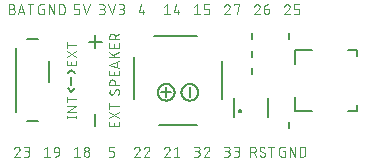
<source format=gto>
G75*
%MOIN*%
%OFA0B0*%
%FSLAX25Y25*%
%IPPOS*%
%LPD*%
%AMOC8*
5,1,8,0,0,1.08239X$1,22.5*
%
%ADD10C,0.00300*%
%ADD11C,0.00500*%
%ADD12C,0.00600*%
%ADD13C,0.00800*%
D10*
X0009263Y0028533D02*
X0011097Y0028533D01*
X0012503Y0028533D02*
X0013420Y0028533D01*
X0013479Y0028535D01*
X0013537Y0028541D01*
X0013595Y0028550D01*
X0013653Y0028563D01*
X0013709Y0028580D01*
X0013764Y0028600D01*
X0013818Y0028624D01*
X0013870Y0028651D01*
X0013920Y0028681D01*
X0013968Y0028715D01*
X0014014Y0028752D01*
X0014058Y0028791D01*
X0014099Y0028834D01*
X0014137Y0028878D01*
X0014172Y0028925D01*
X0014204Y0028975D01*
X0014233Y0029026D01*
X0014259Y0029079D01*
X0014281Y0029133D01*
X0014299Y0029189D01*
X0014314Y0029246D01*
X0014325Y0029304D01*
X0014333Y0029362D01*
X0014337Y0029421D01*
X0014337Y0029479D01*
X0014333Y0029538D01*
X0014325Y0029596D01*
X0014314Y0029654D01*
X0014299Y0029711D01*
X0014281Y0029767D01*
X0014259Y0029821D01*
X0014233Y0029874D01*
X0014204Y0029925D01*
X0014172Y0029975D01*
X0014137Y0030022D01*
X0014099Y0030066D01*
X0014058Y0030109D01*
X0014014Y0030148D01*
X0013968Y0030185D01*
X0013920Y0030219D01*
X0013870Y0030249D01*
X0013818Y0030276D01*
X0013764Y0030300D01*
X0013709Y0030320D01*
X0013653Y0030337D01*
X0013595Y0030350D01*
X0013537Y0030359D01*
X0013479Y0030365D01*
X0013420Y0030367D01*
X0013603Y0030366D02*
X0012870Y0030366D01*
X0013603Y0030367D02*
X0013655Y0030369D01*
X0013707Y0030374D01*
X0013759Y0030384D01*
X0013810Y0030397D01*
X0013859Y0030413D01*
X0013907Y0030433D01*
X0013954Y0030457D01*
X0013999Y0030483D01*
X0014042Y0030513D01*
X0014083Y0030546D01*
X0014121Y0030582D01*
X0014157Y0030620D01*
X0014190Y0030661D01*
X0014220Y0030704D01*
X0014246Y0030749D01*
X0014270Y0030796D01*
X0014290Y0030844D01*
X0014306Y0030893D01*
X0014319Y0030944D01*
X0014329Y0030996D01*
X0014334Y0031048D01*
X0014336Y0031100D01*
X0014334Y0031152D01*
X0014329Y0031204D01*
X0014319Y0031256D01*
X0014306Y0031307D01*
X0014290Y0031356D01*
X0014270Y0031404D01*
X0014246Y0031451D01*
X0014220Y0031496D01*
X0014190Y0031539D01*
X0014157Y0031580D01*
X0014121Y0031618D01*
X0014083Y0031654D01*
X0014042Y0031687D01*
X0013999Y0031717D01*
X0013954Y0031743D01*
X0013907Y0031767D01*
X0013859Y0031787D01*
X0013810Y0031803D01*
X0013759Y0031816D01*
X0013707Y0031826D01*
X0013655Y0031831D01*
X0013603Y0031833D01*
X0012503Y0031833D01*
X0010822Y0030366D02*
X0009263Y0028533D01*
X0009264Y0031100D02*
X0009285Y0031159D01*
X0009310Y0031218D01*
X0009338Y0031275D01*
X0009370Y0031330D01*
X0009405Y0031383D01*
X0009443Y0031433D01*
X0009484Y0031482D01*
X0009528Y0031528D01*
X0009574Y0031571D01*
X0009623Y0031611D01*
X0009674Y0031649D01*
X0009728Y0031683D01*
X0009783Y0031714D01*
X0009841Y0031741D01*
X0009899Y0031765D01*
X0009959Y0031786D01*
X0010021Y0031803D01*
X0010083Y0031816D01*
X0010145Y0031825D01*
X0010209Y0031831D01*
X0010272Y0031833D01*
X0010328Y0031831D01*
X0010384Y0031825D01*
X0010440Y0031816D01*
X0010495Y0031802D01*
X0010548Y0031785D01*
X0010601Y0031765D01*
X0010652Y0031741D01*
X0010701Y0031713D01*
X0010748Y0031682D01*
X0010793Y0031648D01*
X0010835Y0031611D01*
X0010875Y0031571D01*
X0010912Y0031529D01*
X0010946Y0031484D01*
X0010977Y0031437D01*
X0011005Y0031388D01*
X0011029Y0031337D01*
X0011049Y0031284D01*
X0011066Y0031231D01*
X0011080Y0031176D01*
X0011089Y0031120D01*
X0011095Y0031064D01*
X0011097Y0031008D01*
X0011095Y0030953D01*
X0011090Y0030898D01*
X0011082Y0030843D01*
X0011070Y0030790D01*
X0011054Y0030736D01*
X0011036Y0030685D01*
X0011014Y0030634D01*
X0010989Y0030585D01*
X0010961Y0030537D01*
X0010931Y0030491D01*
X0010897Y0030447D01*
X0010861Y0030406D01*
X0010822Y0030366D01*
X0019263Y0031100D02*
X0020180Y0031833D01*
X0020180Y0028533D01*
X0019263Y0028533D02*
X0021097Y0028533D01*
X0022870Y0028533D02*
X0022944Y0028535D01*
X0023018Y0028541D01*
X0023092Y0028550D01*
X0023165Y0028563D01*
X0023238Y0028580D01*
X0023309Y0028600D01*
X0023379Y0028624D01*
X0023449Y0028652D01*
X0023516Y0028683D01*
X0023582Y0028717D01*
X0023646Y0028755D01*
X0023708Y0028796D01*
X0023768Y0028840D01*
X0023826Y0028887D01*
X0023881Y0028937D01*
X0023933Y0028989D01*
X0023983Y0029044D01*
X0024030Y0029102D01*
X0024074Y0029162D01*
X0024115Y0029224D01*
X0024153Y0029288D01*
X0024187Y0029354D01*
X0024218Y0029421D01*
X0024246Y0029491D01*
X0024270Y0029561D01*
X0024290Y0029632D01*
X0024307Y0029705D01*
X0024320Y0029778D01*
X0024329Y0029852D01*
X0024335Y0029926D01*
X0024337Y0030000D01*
X0024337Y0030916D01*
X0024337Y0030000D02*
X0023237Y0030000D01*
X0023185Y0030002D01*
X0023133Y0030007D01*
X0023081Y0030017D01*
X0023030Y0030030D01*
X0022981Y0030046D01*
X0022933Y0030066D01*
X0022886Y0030090D01*
X0022841Y0030116D01*
X0022798Y0030146D01*
X0022757Y0030179D01*
X0022719Y0030215D01*
X0022683Y0030253D01*
X0022650Y0030294D01*
X0022620Y0030337D01*
X0022594Y0030382D01*
X0022570Y0030429D01*
X0022550Y0030477D01*
X0022534Y0030526D01*
X0022521Y0030577D01*
X0022511Y0030629D01*
X0022506Y0030681D01*
X0022504Y0030733D01*
X0022503Y0030733D02*
X0022503Y0030916D01*
X0022505Y0030975D01*
X0022511Y0031033D01*
X0022520Y0031091D01*
X0022533Y0031149D01*
X0022550Y0031205D01*
X0022570Y0031260D01*
X0022594Y0031314D01*
X0022621Y0031366D01*
X0022651Y0031416D01*
X0022685Y0031464D01*
X0022722Y0031510D01*
X0022761Y0031554D01*
X0022804Y0031595D01*
X0022848Y0031633D01*
X0022895Y0031668D01*
X0022945Y0031700D01*
X0022996Y0031729D01*
X0023049Y0031755D01*
X0023103Y0031777D01*
X0023159Y0031795D01*
X0023216Y0031810D01*
X0023274Y0031821D01*
X0023332Y0031829D01*
X0023391Y0031833D01*
X0023449Y0031833D01*
X0023508Y0031829D01*
X0023566Y0031821D01*
X0023624Y0031810D01*
X0023681Y0031795D01*
X0023737Y0031777D01*
X0023791Y0031755D01*
X0023844Y0031729D01*
X0023895Y0031700D01*
X0023945Y0031668D01*
X0023992Y0031633D01*
X0024036Y0031595D01*
X0024079Y0031554D01*
X0024118Y0031510D01*
X0024155Y0031464D01*
X0024189Y0031416D01*
X0024219Y0031366D01*
X0024246Y0031314D01*
X0024270Y0031260D01*
X0024290Y0031205D01*
X0024307Y0031149D01*
X0024320Y0031091D01*
X0024329Y0031033D01*
X0024335Y0030975D01*
X0024337Y0030916D01*
X0029263Y0031100D02*
X0030180Y0031833D01*
X0030180Y0028533D01*
X0029263Y0028533D02*
X0031097Y0028533D01*
X0032503Y0029450D02*
X0032505Y0029391D01*
X0032511Y0029333D01*
X0032520Y0029275D01*
X0032533Y0029217D01*
X0032550Y0029161D01*
X0032570Y0029106D01*
X0032594Y0029052D01*
X0032621Y0029000D01*
X0032651Y0028950D01*
X0032685Y0028902D01*
X0032722Y0028856D01*
X0032761Y0028812D01*
X0032804Y0028771D01*
X0032848Y0028733D01*
X0032895Y0028698D01*
X0032945Y0028666D01*
X0032996Y0028637D01*
X0033049Y0028611D01*
X0033103Y0028589D01*
X0033159Y0028571D01*
X0033216Y0028556D01*
X0033274Y0028545D01*
X0033332Y0028537D01*
X0033391Y0028533D01*
X0033449Y0028533D01*
X0033508Y0028537D01*
X0033566Y0028545D01*
X0033624Y0028556D01*
X0033681Y0028571D01*
X0033737Y0028589D01*
X0033791Y0028611D01*
X0033844Y0028637D01*
X0033895Y0028666D01*
X0033945Y0028698D01*
X0033992Y0028733D01*
X0034036Y0028771D01*
X0034079Y0028812D01*
X0034118Y0028856D01*
X0034155Y0028902D01*
X0034189Y0028950D01*
X0034219Y0029000D01*
X0034246Y0029052D01*
X0034270Y0029106D01*
X0034290Y0029161D01*
X0034307Y0029217D01*
X0034320Y0029275D01*
X0034329Y0029333D01*
X0034335Y0029391D01*
X0034337Y0029450D01*
X0034335Y0029509D01*
X0034329Y0029567D01*
X0034320Y0029625D01*
X0034307Y0029683D01*
X0034290Y0029739D01*
X0034270Y0029794D01*
X0034246Y0029848D01*
X0034219Y0029900D01*
X0034189Y0029950D01*
X0034155Y0029998D01*
X0034118Y0030044D01*
X0034079Y0030088D01*
X0034036Y0030129D01*
X0033992Y0030167D01*
X0033945Y0030202D01*
X0033895Y0030234D01*
X0033844Y0030263D01*
X0033791Y0030289D01*
X0033737Y0030311D01*
X0033681Y0030329D01*
X0033624Y0030344D01*
X0033566Y0030355D01*
X0033508Y0030363D01*
X0033449Y0030367D01*
X0033391Y0030367D01*
X0033332Y0030363D01*
X0033274Y0030355D01*
X0033216Y0030344D01*
X0033159Y0030329D01*
X0033103Y0030311D01*
X0033049Y0030289D01*
X0032996Y0030263D01*
X0032945Y0030234D01*
X0032895Y0030202D01*
X0032848Y0030167D01*
X0032804Y0030129D01*
X0032761Y0030088D01*
X0032722Y0030044D01*
X0032685Y0029998D01*
X0032651Y0029950D01*
X0032621Y0029900D01*
X0032594Y0029848D01*
X0032570Y0029794D01*
X0032550Y0029739D01*
X0032533Y0029683D01*
X0032520Y0029625D01*
X0032511Y0029567D01*
X0032505Y0029509D01*
X0032503Y0029450D01*
X0032687Y0031100D02*
X0032689Y0031048D01*
X0032694Y0030996D01*
X0032704Y0030944D01*
X0032717Y0030893D01*
X0032733Y0030844D01*
X0032753Y0030796D01*
X0032777Y0030749D01*
X0032803Y0030704D01*
X0032833Y0030661D01*
X0032866Y0030620D01*
X0032902Y0030582D01*
X0032940Y0030546D01*
X0032981Y0030513D01*
X0033024Y0030483D01*
X0033069Y0030457D01*
X0033116Y0030433D01*
X0033164Y0030413D01*
X0033213Y0030397D01*
X0033264Y0030384D01*
X0033316Y0030374D01*
X0033368Y0030369D01*
X0033420Y0030367D01*
X0033472Y0030369D01*
X0033524Y0030374D01*
X0033576Y0030384D01*
X0033627Y0030397D01*
X0033676Y0030413D01*
X0033724Y0030433D01*
X0033771Y0030457D01*
X0033816Y0030483D01*
X0033859Y0030513D01*
X0033900Y0030546D01*
X0033938Y0030582D01*
X0033974Y0030620D01*
X0034007Y0030661D01*
X0034037Y0030704D01*
X0034063Y0030749D01*
X0034087Y0030796D01*
X0034107Y0030844D01*
X0034123Y0030893D01*
X0034136Y0030944D01*
X0034146Y0030996D01*
X0034151Y0031048D01*
X0034153Y0031100D01*
X0034151Y0031152D01*
X0034146Y0031204D01*
X0034136Y0031256D01*
X0034123Y0031307D01*
X0034107Y0031356D01*
X0034087Y0031404D01*
X0034063Y0031451D01*
X0034037Y0031496D01*
X0034007Y0031539D01*
X0033974Y0031580D01*
X0033938Y0031618D01*
X0033900Y0031654D01*
X0033859Y0031687D01*
X0033816Y0031717D01*
X0033771Y0031743D01*
X0033724Y0031767D01*
X0033676Y0031787D01*
X0033627Y0031803D01*
X0033576Y0031816D01*
X0033524Y0031826D01*
X0033472Y0031831D01*
X0033420Y0031833D01*
X0033368Y0031831D01*
X0033316Y0031826D01*
X0033264Y0031816D01*
X0033213Y0031803D01*
X0033164Y0031787D01*
X0033116Y0031767D01*
X0033069Y0031743D01*
X0033024Y0031717D01*
X0032981Y0031687D01*
X0032940Y0031654D01*
X0032902Y0031618D01*
X0032866Y0031580D01*
X0032833Y0031539D01*
X0032803Y0031496D01*
X0032777Y0031451D01*
X0032753Y0031404D01*
X0032733Y0031356D01*
X0032717Y0031307D01*
X0032704Y0031256D01*
X0032694Y0031204D01*
X0032689Y0031152D01*
X0032687Y0031100D01*
X0040883Y0030366D02*
X0040883Y0031833D01*
X0042717Y0031833D01*
X0041983Y0030366D02*
X0040883Y0030366D01*
X0041983Y0030366D02*
X0042035Y0030364D01*
X0042087Y0030359D01*
X0042139Y0030349D01*
X0042190Y0030336D01*
X0042239Y0030320D01*
X0042287Y0030300D01*
X0042334Y0030276D01*
X0042379Y0030250D01*
X0042422Y0030220D01*
X0042463Y0030187D01*
X0042501Y0030151D01*
X0042537Y0030113D01*
X0042570Y0030072D01*
X0042600Y0030029D01*
X0042626Y0029984D01*
X0042650Y0029937D01*
X0042670Y0029889D01*
X0042686Y0029840D01*
X0042699Y0029789D01*
X0042709Y0029737D01*
X0042714Y0029685D01*
X0042716Y0029633D01*
X0042717Y0029633D02*
X0042717Y0029266D01*
X0042716Y0029266D02*
X0042714Y0029214D01*
X0042709Y0029162D01*
X0042699Y0029110D01*
X0042686Y0029059D01*
X0042670Y0029010D01*
X0042650Y0028962D01*
X0042626Y0028915D01*
X0042600Y0028870D01*
X0042570Y0028827D01*
X0042537Y0028786D01*
X0042501Y0028748D01*
X0042463Y0028712D01*
X0042422Y0028679D01*
X0042379Y0028649D01*
X0042334Y0028623D01*
X0042288Y0028599D01*
X0042239Y0028579D01*
X0042190Y0028563D01*
X0042139Y0028550D01*
X0042087Y0028540D01*
X0042035Y0028535D01*
X0041983Y0028533D01*
X0040883Y0028533D01*
X0049263Y0028533D02*
X0051097Y0028533D01*
X0052503Y0028533D02*
X0054337Y0028533D01*
X0052503Y0028533D02*
X0054062Y0030366D01*
X0053512Y0031833D02*
X0053449Y0031831D01*
X0053385Y0031825D01*
X0053323Y0031816D01*
X0053261Y0031803D01*
X0053199Y0031786D01*
X0053139Y0031765D01*
X0053081Y0031741D01*
X0053023Y0031714D01*
X0052968Y0031683D01*
X0052914Y0031649D01*
X0052863Y0031611D01*
X0052814Y0031571D01*
X0052768Y0031528D01*
X0052724Y0031482D01*
X0052683Y0031433D01*
X0052645Y0031383D01*
X0052610Y0031330D01*
X0052578Y0031275D01*
X0052550Y0031218D01*
X0052525Y0031159D01*
X0052504Y0031100D01*
X0054062Y0030366D02*
X0054101Y0030406D01*
X0054137Y0030447D01*
X0054171Y0030491D01*
X0054201Y0030537D01*
X0054229Y0030585D01*
X0054254Y0030634D01*
X0054276Y0030685D01*
X0054294Y0030736D01*
X0054310Y0030790D01*
X0054322Y0030843D01*
X0054330Y0030898D01*
X0054335Y0030953D01*
X0054337Y0031008D01*
X0054335Y0031064D01*
X0054329Y0031120D01*
X0054320Y0031176D01*
X0054306Y0031231D01*
X0054289Y0031284D01*
X0054269Y0031337D01*
X0054245Y0031388D01*
X0054217Y0031437D01*
X0054186Y0031484D01*
X0054152Y0031529D01*
X0054115Y0031571D01*
X0054075Y0031611D01*
X0054033Y0031648D01*
X0053988Y0031682D01*
X0053941Y0031713D01*
X0053892Y0031741D01*
X0053841Y0031765D01*
X0053788Y0031785D01*
X0053735Y0031802D01*
X0053680Y0031816D01*
X0053624Y0031825D01*
X0053568Y0031831D01*
X0053512Y0031833D01*
X0050822Y0030366D02*
X0049263Y0028533D01*
X0049264Y0031100D02*
X0049285Y0031159D01*
X0049310Y0031218D01*
X0049338Y0031275D01*
X0049370Y0031330D01*
X0049405Y0031383D01*
X0049443Y0031433D01*
X0049484Y0031482D01*
X0049528Y0031528D01*
X0049574Y0031571D01*
X0049623Y0031611D01*
X0049674Y0031649D01*
X0049728Y0031683D01*
X0049783Y0031714D01*
X0049841Y0031741D01*
X0049899Y0031765D01*
X0049959Y0031786D01*
X0050021Y0031803D01*
X0050083Y0031816D01*
X0050145Y0031825D01*
X0050209Y0031831D01*
X0050272Y0031833D01*
X0050328Y0031831D01*
X0050384Y0031825D01*
X0050440Y0031816D01*
X0050495Y0031802D01*
X0050548Y0031785D01*
X0050601Y0031765D01*
X0050652Y0031741D01*
X0050701Y0031713D01*
X0050748Y0031682D01*
X0050793Y0031648D01*
X0050835Y0031611D01*
X0050875Y0031571D01*
X0050912Y0031529D01*
X0050946Y0031484D01*
X0050977Y0031437D01*
X0051005Y0031388D01*
X0051029Y0031337D01*
X0051049Y0031284D01*
X0051066Y0031231D01*
X0051080Y0031176D01*
X0051089Y0031120D01*
X0051095Y0031064D01*
X0051097Y0031008D01*
X0051095Y0030953D01*
X0051090Y0030898D01*
X0051082Y0030843D01*
X0051070Y0030790D01*
X0051054Y0030736D01*
X0051036Y0030685D01*
X0051014Y0030634D01*
X0050989Y0030585D01*
X0050961Y0030537D01*
X0050931Y0030491D01*
X0050897Y0030447D01*
X0050861Y0030406D01*
X0050822Y0030366D01*
X0059263Y0028533D02*
X0061097Y0028533D01*
X0062503Y0028533D02*
X0064337Y0028533D01*
X0063420Y0028533D02*
X0063420Y0031833D01*
X0062503Y0031100D01*
X0060822Y0030366D02*
X0059263Y0028533D01*
X0059264Y0031100D02*
X0059285Y0031159D01*
X0059310Y0031218D01*
X0059338Y0031275D01*
X0059370Y0031330D01*
X0059405Y0031383D01*
X0059443Y0031433D01*
X0059484Y0031482D01*
X0059528Y0031528D01*
X0059574Y0031571D01*
X0059623Y0031611D01*
X0059674Y0031649D01*
X0059728Y0031683D01*
X0059783Y0031714D01*
X0059841Y0031741D01*
X0059899Y0031765D01*
X0059959Y0031786D01*
X0060021Y0031803D01*
X0060083Y0031816D01*
X0060145Y0031825D01*
X0060209Y0031831D01*
X0060272Y0031833D01*
X0060328Y0031831D01*
X0060384Y0031825D01*
X0060440Y0031816D01*
X0060495Y0031802D01*
X0060548Y0031785D01*
X0060601Y0031765D01*
X0060652Y0031741D01*
X0060701Y0031713D01*
X0060748Y0031682D01*
X0060793Y0031648D01*
X0060835Y0031611D01*
X0060875Y0031571D01*
X0060912Y0031529D01*
X0060946Y0031484D01*
X0060977Y0031437D01*
X0061005Y0031388D01*
X0061029Y0031337D01*
X0061049Y0031284D01*
X0061066Y0031231D01*
X0061080Y0031176D01*
X0061089Y0031120D01*
X0061095Y0031064D01*
X0061097Y0031008D01*
X0061095Y0030953D01*
X0061090Y0030898D01*
X0061082Y0030843D01*
X0061070Y0030790D01*
X0061054Y0030736D01*
X0061036Y0030685D01*
X0061014Y0030634D01*
X0060989Y0030585D01*
X0060961Y0030537D01*
X0060931Y0030491D01*
X0060897Y0030447D01*
X0060861Y0030406D01*
X0060822Y0030366D01*
X0069263Y0031833D02*
X0070363Y0031833D01*
X0070415Y0031831D01*
X0070467Y0031826D01*
X0070519Y0031816D01*
X0070570Y0031803D01*
X0070619Y0031787D01*
X0070667Y0031767D01*
X0070714Y0031743D01*
X0070759Y0031717D01*
X0070802Y0031687D01*
X0070843Y0031654D01*
X0070881Y0031618D01*
X0070917Y0031580D01*
X0070950Y0031539D01*
X0070980Y0031496D01*
X0071006Y0031451D01*
X0071030Y0031404D01*
X0071050Y0031356D01*
X0071066Y0031307D01*
X0071079Y0031256D01*
X0071089Y0031204D01*
X0071094Y0031152D01*
X0071096Y0031100D01*
X0071094Y0031048D01*
X0071089Y0030996D01*
X0071079Y0030944D01*
X0071066Y0030893D01*
X0071050Y0030844D01*
X0071030Y0030796D01*
X0071006Y0030749D01*
X0070980Y0030704D01*
X0070950Y0030661D01*
X0070917Y0030620D01*
X0070881Y0030582D01*
X0070843Y0030546D01*
X0070802Y0030513D01*
X0070759Y0030483D01*
X0070714Y0030457D01*
X0070667Y0030433D01*
X0070619Y0030413D01*
X0070570Y0030397D01*
X0070519Y0030384D01*
X0070467Y0030374D01*
X0070415Y0030369D01*
X0070363Y0030367D01*
X0070363Y0030366D02*
X0069630Y0030366D01*
X0070180Y0030367D02*
X0070239Y0030365D01*
X0070297Y0030359D01*
X0070355Y0030350D01*
X0070413Y0030337D01*
X0070469Y0030320D01*
X0070524Y0030300D01*
X0070578Y0030276D01*
X0070630Y0030249D01*
X0070680Y0030219D01*
X0070728Y0030185D01*
X0070774Y0030148D01*
X0070818Y0030109D01*
X0070859Y0030066D01*
X0070897Y0030022D01*
X0070932Y0029975D01*
X0070964Y0029925D01*
X0070993Y0029874D01*
X0071019Y0029821D01*
X0071041Y0029767D01*
X0071059Y0029711D01*
X0071074Y0029654D01*
X0071085Y0029596D01*
X0071093Y0029538D01*
X0071097Y0029479D01*
X0071097Y0029421D01*
X0071093Y0029362D01*
X0071085Y0029304D01*
X0071074Y0029246D01*
X0071059Y0029189D01*
X0071041Y0029133D01*
X0071019Y0029079D01*
X0070993Y0029026D01*
X0070964Y0028975D01*
X0070932Y0028925D01*
X0070897Y0028878D01*
X0070859Y0028834D01*
X0070818Y0028791D01*
X0070774Y0028752D01*
X0070728Y0028715D01*
X0070680Y0028681D01*
X0070630Y0028651D01*
X0070578Y0028624D01*
X0070524Y0028600D01*
X0070469Y0028580D01*
X0070413Y0028563D01*
X0070355Y0028550D01*
X0070297Y0028541D01*
X0070239Y0028535D01*
X0070180Y0028533D01*
X0069263Y0028533D01*
X0072503Y0028533D02*
X0074337Y0028533D01*
X0072503Y0028533D02*
X0074062Y0030366D01*
X0073512Y0031833D02*
X0073449Y0031831D01*
X0073385Y0031825D01*
X0073323Y0031816D01*
X0073261Y0031803D01*
X0073199Y0031786D01*
X0073139Y0031765D01*
X0073081Y0031741D01*
X0073023Y0031714D01*
X0072968Y0031683D01*
X0072914Y0031649D01*
X0072863Y0031611D01*
X0072814Y0031571D01*
X0072768Y0031528D01*
X0072724Y0031482D01*
X0072683Y0031433D01*
X0072645Y0031383D01*
X0072610Y0031330D01*
X0072578Y0031275D01*
X0072550Y0031218D01*
X0072525Y0031159D01*
X0072504Y0031100D01*
X0074062Y0030366D02*
X0074101Y0030406D01*
X0074137Y0030447D01*
X0074171Y0030491D01*
X0074201Y0030537D01*
X0074229Y0030585D01*
X0074254Y0030634D01*
X0074276Y0030685D01*
X0074294Y0030736D01*
X0074310Y0030790D01*
X0074322Y0030843D01*
X0074330Y0030898D01*
X0074335Y0030953D01*
X0074337Y0031008D01*
X0074335Y0031064D01*
X0074329Y0031120D01*
X0074320Y0031176D01*
X0074306Y0031231D01*
X0074289Y0031284D01*
X0074269Y0031337D01*
X0074245Y0031388D01*
X0074217Y0031437D01*
X0074186Y0031484D01*
X0074152Y0031529D01*
X0074115Y0031571D01*
X0074075Y0031611D01*
X0074033Y0031648D01*
X0073988Y0031682D01*
X0073941Y0031713D01*
X0073892Y0031741D01*
X0073841Y0031765D01*
X0073788Y0031785D01*
X0073735Y0031802D01*
X0073680Y0031816D01*
X0073624Y0031825D01*
X0073568Y0031831D01*
X0073512Y0031833D01*
X0079263Y0031833D02*
X0080363Y0031833D01*
X0080415Y0031831D01*
X0080467Y0031826D01*
X0080519Y0031816D01*
X0080570Y0031803D01*
X0080619Y0031787D01*
X0080667Y0031767D01*
X0080714Y0031743D01*
X0080759Y0031717D01*
X0080802Y0031687D01*
X0080843Y0031654D01*
X0080881Y0031618D01*
X0080917Y0031580D01*
X0080950Y0031539D01*
X0080980Y0031496D01*
X0081006Y0031451D01*
X0081030Y0031404D01*
X0081050Y0031356D01*
X0081066Y0031307D01*
X0081079Y0031256D01*
X0081089Y0031204D01*
X0081094Y0031152D01*
X0081096Y0031100D01*
X0081094Y0031048D01*
X0081089Y0030996D01*
X0081079Y0030944D01*
X0081066Y0030893D01*
X0081050Y0030844D01*
X0081030Y0030796D01*
X0081006Y0030749D01*
X0080980Y0030704D01*
X0080950Y0030661D01*
X0080917Y0030620D01*
X0080881Y0030582D01*
X0080843Y0030546D01*
X0080802Y0030513D01*
X0080759Y0030483D01*
X0080714Y0030457D01*
X0080667Y0030433D01*
X0080619Y0030413D01*
X0080570Y0030397D01*
X0080519Y0030384D01*
X0080467Y0030374D01*
X0080415Y0030369D01*
X0080363Y0030367D01*
X0080363Y0030366D02*
X0079630Y0030366D01*
X0080180Y0030367D02*
X0080239Y0030365D01*
X0080297Y0030359D01*
X0080355Y0030350D01*
X0080413Y0030337D01*
X0080469Y0030320D01*
X0080524Y0030300D01*
X0080578Y0030276D01*
X0080630Y0030249D01*
X0080680Y0030219D01*
X0080728Y0030185D01*
X0080774Y0030148D01*
X0080818Y0030109D01*
X0080859Y0030066D01*
X0080897Y0030022D01*
X0080932Y0029975D01*
X0080964Y0029925D01*
X0080993Y0029874D01*
X0081019Y0029821D01*
X0081041Y0029767D01*
X0081059Y0029711D01*
X0081074Y0029654D01*
X0081085Y0029596D01*
X0081093Y0029538D01*
X0081097Y0029479D01*
X0081097Y0029421D01*
X0081093Y0029362D01*
X0081085Y0029304D01*
X0081074Y0029246D01*
X0081059Y0029189D01*
X0081041Y0029133D01*
X0081019Y0029079D01*
X0080993Y0029026D01*
X0080964Y0028975D01*
X0080932Y0028925D01*
X0080897Y0028878D01*
X0080859Y0028834D01*
X0080818Y0028791D01*
X0080774Y0028752D01*
X0080728Y0028715D01*
X0080680Y0028681D01*
X0080630Y0028651D01*
X0080578Y0028624D01*
X0080524Y0028600D01*
X0080469Y0028580D01*
X0080413Y0028563D01*
X0080355Y0028550D01*
X0080297Y0028541D01*
X0080239Y0028535D01*
X0080180Y0028533D01*
X0079263Y0028533D01*
X0082503Y0028533D02*
X0083420Y0028533D01*
X0083479Y0028535D01*
X0083537Y0028541D01*
X0083595Y0028550D01*
X0083653Y0028563D01*
X0083709Y0028580D01*
X0083764Y0028600D01*
X0083818Y0028624D01*
X0083870Y0028651D01*
X0083920Y0028681D01*
X0083968Y0028715D01*
X0084014Y0028752D01*
X0084058Y0028791D01*
X0084099Y0028834D01*
X0084137Y0028878D01*
X0084172Y0028925D01*
X0084204Y0028975D01*
X0084233Y0029026D01*
X0084259Y0029079D01*
X0084281Y0029133D01*
X0084299Y0029189D01*
X0084314Y0029246D01*
X0084325Y0029304D01*
X0084333Y0029362D01*
X0084337Y0029421D01*
X0084337Y0029479D01*
X0084333Y0029538D01*
X0084325Y0029596D01*
X0084314Y0029654D01*
X0084299Y0029711D01*
X0084281Y0029767D01*
X0084259Y0029821D01*
X0084233Y0029874D01*
X0084204Y0029925D01*
X0084172Y0029975D01*
X0084137Y0030022D01*
X0084099Y0030066D01*
X0084058Y0030109D01*
X0084014Y0030148D01*
X0083968Y0030185D01*
X0083920Y0030219D01*
X0083870Y0030249D01*
X0083818Y0030276D01*
X0083764Y0030300D01*
X0083709Y0030320D01*
X0083653Y0030337D01*
X0083595Y0030350D01*
X0083537Y0030359D01*
X0083479Y0030365D01*
X0083420Y0030367D01*
X0083603Y0030366D02*
X0082870Y0030366D01*
X0083603Y0030367D02*
X0083655Y0030369D01*
X0083707Y0030374D01*
X0083759Y0030384D01*
X0083810Y0030397D01*
X0083859Y0030413D01*
X0083907Y0030433D01*
X0083954Y0030457D01*
X0083999Y0030483D01*
X0084042Y0030513D01*
X0084083Y0030546D01*
X0084121Y0030582D01*
X0084157Y0030620D01*
X0084190Y0030661D01*
X0084220Y0030704D01*
X0084246Y0030749D01*
X0084270Y0030796D01*
X0084290Y0030844D01*
X0084306Y0030893D01*
X0084319Y0030944D01*
X0084329Y0030996D01*
X0084334Y0031048D01*
X0084336Y0031100D01*
X0084334Y0031152D01*
X0084329Y0031204D01*
X0084319Y0031256D01*
X0084306Y0031307D01*
X0084290Y0031356D01*
X0084270Y0031404D01*
X0084246Y0031451D01*
X0084220Y0031496D01*
X0084190Y0031539D01*
X0084157Y0031580D01*
X0084121Y0031618D01*
X0084083Y0031654D01*
X0084042Y0031687D01*
X0083999Y0031717D01*
X0083954Y0031743D01*
X0083907Y0031767D01*
X0083859Y0031787D01*
X0083810Y0031803D01*
X0083759Y0031816D01*
X0083707Y0031826D01*
X0083655Y0031831D01*
X0083603Y0031833D01*
X0082503Y0031833D01*
X0087970Y0031833D02*
X0088887Y0031833D01*
X0088946Y0031831D01*
X0089004Y0031825D01*
X0089062Y0031816D01*
X0089120Y0031803D01*
X0089176Y0031786D01*
X0089231Y0031766D01*
X0089285Y0031742D01*
X0089337Y0031715D01*
X0089387Y0031685D01*
X0089435Y0031651D01*
X0089481Y0031614D01*
X0089525Y0031575D01*
X0089566Y0031532D01*
X0089604Y0031488D01*
X0089639Y0031441D01*
X0089671Y0031391D01*
X0089700Y0031340D01*
X0089726Y0031287D01*
X0089748Y0031233D01*
X0089766Y0031177D01*
X0089781Y0031120D01*
X0089792Y0031062D01*
X0089800Y0031004D01*
X0089804Y0030945D01*
X0089804Y0030887D01*
X0089800Y0030828D01*
X0089792Y0030770D01*
X0089781Y0030712D01*
X0089766Y0030655D01*
X0089748Y0030599D01*
X0089726Y0030545D01*
X0089700Y0030492D01*
X0089671Y0030441D01*
X0089639Y0030391D01*
X0089604Y0030344D01*
X0089566Y0030300D01*
X0089525Y0030257D01*
X0089481Y0030218D01*
X0089435Y0030181D01*
X0089387Y0030147D01*
X0089337Y0030117D01*
X0089285Y0030090D01*
X0089231Y0030066D01*
X0089176Y0030046D01*
X0089120Y0030029D01*
X0089062Y0030016D01*
X0089004Y0030007D01*
X0088946Y0030001D01*
X0088887Y0029999D01*
X0088887Y0030000D02*
X0087970Y0030000D01*
X0089070Y0030000D02*
X0089803Y0028533D01*
X0087970Y0028533D02*
X0087970Y0031833D01*
X0091539Y0030458D02*
X0092547Y0029908D01*
X0092181Y0028533D02*
X0092105Y0028535D01*
X0092028Y0028541D01*
X0091953Y0028550D01*
X0091877Y0028563D01*
X0091803Y0028580D01*
X0091729Y0028600D01*
X0091656Y0028625D01*
X0091585Y0028652D01*
X0091515Y0028683D01*
X0091447Y0028718D01*
X0091381Y0028756D01*
X0091316Y0028797D01*
X0091254Y0028841D01*
X0091194Y0028888D01*
X0091136Y0028938D01*
X0091081Y0028991D01*
X0092547Y0029908D02*
X0092591Y0029880D01*
X0092632Y0029850D01*
X0092671Y0029816D01*
X0092708Y0029780D01*
X0092743Y0029741D01*
X0092774Y0029701D01*
X0092803Y0029658D01*
X0092828Y0029613D01*
X0092851Y0029567D01*
X0092870Y0029519D01*
X0092886Y0029470D01*
X0092898Y0029420D01*
X0092907Y0029369D01*
X0092912Y0029318D01*
X0092914Y0029266D01*
X0092912Y0029214D01*
X0092907Y0029162D01*
X0092897Y0029110D01*
X0092884Y0029059D01*
X0092868Y0029010D01*
X0092848Y0028962D01*
X0092824Y0028915D01*
X0092798Y0028870D01*
X0092768Y0028827D01*
X0092735Y0028786D01*
X0092699Y0028748D01*
X0092661Y0028712D01*
X0092620Y0028679D01*
X0092577Y0028649D01*
X0092532Y0028623D01*
X0092486Y0028599D01*
X0092437Y0028579D01*
X0092388Y0028563D01*
X0092337Y0028550D01*
X0092285Y0028540D01*
X0092233Y0028535D01*
X0092181Y0028533D01*
X0094913Y0028533D02*
X0094913Y0031833D01*
X0093997Y0031833D02*
X0095830Y0031833D01*
X0097627Y0031136D02*
X0097627Y0029302D01*
X0097628Y0029302D02*
X0097630Y0029250D01*
X0097635Y0029198D01*
X0097645Y0029146D01*
X0097658Y0029095D01*
X0097674Y0029046D01*
X0097694Y0028998D01*
X0097718Y0028951D01*
X0097744Y0028906D01*
X0097774Y0028863D01*
X0097807Y0028822D01*
X0097843Y0028784D01*
X0097881Y0028748D01*
X0097922Y0028715D01*
X0097965Y0028685D01*
X0098010Y0028659D01*
X0098057Y0028635D01*
X0098105Y0028615D01*
X0098154Y0028599D01*
X0098205Y0028586D01*
X0098257Y0028576D01*
X0098309Y0028571D01*
X0098361Y0028569D01*
X0099461Y0028569D01*
X0099461Y0030402D01*
X0098911Y0030402D01*
X0097628Y0031136D02*
X0097630Y0031188D01*
X0097635Y0031240D01*
X0097645Y0031292D01*
X0097658Y0031343D01*
X0097674Y0031392D01*
X0097694Y0031440D01*
X0097718Y0031487D01*
X0097744Y0031532D01*
X0097774Y0031575D01*
X0097807Y0031616D01*
X0097843Y0031654D01*
X0097881Y0031690D01*
X0097922Y0031723D01*
X0097965Y0031753D01*
X0098010Y0031779D01*
X0098056Y0031803D01*
X0098105Y0031823D01*
X0098154Y0031839D01*
X0098205Y0031852D01*
X0098257Y0031862D01*
X0098309Y0031867D01*
X0098361Y0031869D01*
X0099461Y0031869D01*
X0101083Y0031869D02*
X0102917Y0028569D01*
X0102917Y0031869D01*
X0104539Y0031869D02*
X0105456Y0031869D01*
X0105514Y0031867D01*
X0105571Y0031862D01*
X0105628Y0031853D01*
X0105684Y0031840D01*
X0105739Y0031824D01*
X0105794Y0031805D01*
X0105846Y0031782D01*
X0105898Y0031756D01*
X0105947Y0031726D01*
X0105995Y0031694D01*
X0106041Y0031659D01*
X0106084Y0031620D01*
X0106124Y0031580D01*
X0106163Y0031537D01*
X0106198Y0031491D01*
X0106230Y0031443D01*
X0106260Y0031394D01*
X0106286Y0031342D01*
X0106309Y0031290D01*
X0106328Y0031235D01*
X0106344Y0031180D01*
X0106357Y0031124D01*
X0106366Y0031067D01*
X0106371Y0031010D01*
X0106373Y0030952D01*
X0106373Y0029486D01*
X0106371Y0029428D01*
X0106366Y0029371D01*
X0106357Y0029314D01*
X0106344Y0029258D01*
X0106328Y0029203D01*
X0106309Y0029148D01*
X0106286Y0029096D01*
X0106260Y0029044D01*
X0106230Y0028995D01*
X0106198Y0028947D01*
X0106163Y0028901D01*
X0106124Y0028858D01*
X0106084Y0028818D01*
X0106041Y0028779D01*
X0105995Y0028744D01*
X0105947Y0028712D01*
X0105898Y0028682D01*
X0105846Y0028656D01*
X0105794Y0028633D01*
X0105739Y0028614D01*
X0105684Y0028598D01*
X0105628Y0028585D01*
X0105571Y0028576D01*
X0105514Y0028571D01*
X0105456Y0028569D01*
X0104539Y0028569D01*
X0104539Y0031869D01*
X0101083Y0031869D02*
X0101083Y0028569D01*
X0092731Y0031558D02*
X0092671Y0031601D01*
X0092609Y0031640D01*
X0092544Y0031676D01*
X0092478Y0031708D01*
X0092410Y0031737D01*
X0092341Y0031762D01*
X0092270Y0031784D01*
X0092199Y0031801D01*
X0092126Y0031815D01*
X0092053Y0031825D01*
X0091980Y0031831D01*
X0091906Y0031833D01*
X0091854Y0031831D01*
X0091802Y0031826D01*
X0091750Y0031816D01*
X0091699Y0031803D01*
X0091650Y0031787D01*
X0091602Y0031767D01*
X0091555Y0031743D01*
X0091510Y0031717D01*
X0091467Y0031687D01*
X0091426Y0031654D01*
X0091388Y0031618D01*
X0091352Y0031580D01*
X0091319Y0031539D01*
X0091289Y0031496D01*
X0091263Y0031451D01*
X0091239Y0031404D01*
X0091219Y0031356D01*
X0091203Y0031307D01*
X0091190Y0031256D01*
X0091180Y0031204D01*
X0091175Y0031152D01*
X0091173Y0031100D01*
X0091172Y0031100D02*
X0091174Y0031048D01*
X0091179Y0030997D01*
X0091188Y0030946D01*
X0091200Y0030896D01*
X0091216Y0030847D01*
X0091235Y0030799D01*
X0091258Y0030753D01*
X0091283Y0030708D01*
X0091312Y0030665D01*
X0091343Y0030625D01*
X0091378Y0030586D01*
X0091415Y0030550D01*
X0091454Y0030516D01*
X0091495Y0030486D01*
X0091539Y0030458D01*
X0044350Y0038787D02*
X0041050Y0038787D01*
X0041050Y0040254D01*
X0041050Y0041297D02*
X0044350Y0043497D01*
X0044350Y0045421D02*
X0041050Y0045421D01*
X0041050Y0044505D02*
X0041050Y0046338D01*
X0041050Y0043497D02*
X0044350Y0041297D01*
X0044350Y0040254D02*
X0044350Y0038787D01*
X0042517Y0038787D02*
X0042517Y0039887D01*
X0030050Y0041425D02*
X0030050Y0042159D01*
X0030050Y0041792D02*
X0026750Y0041792D01*
X0026750Y0041425D02*
X0026750Y0042159D01*
X0026750Y0043575D02*
X0030050Y0045409D01*
X0026750Y0045409D01*
X0026750Y0046707D02*
X0026750Y0048541D01*
X0026750Y0047624D02*
X0030050Y0047624D01*
X0030050Y0043575D02*
X0026750Y0043575D01*
X0041050Y0049973D02*
X0041052Y0049921D01*
X0041057Y0049869D01*
X0041067Y0049817D01*
X0041080Y0049766D01*
X0041096Y0049717D01*
X0041116Y0049669D01*
X0041140Y0049622D01*
X0041166Y0049577D01*
X0041196Y0049534D01*
X0041229Y0049493D01*
X0041265Y0049455D01*
X0041303Y0049419D01*
X0041344Y0049386D01*
X0041387Y0049356D01*
X0041432Y0049330D01*
X0041479Y0049306D01*
X0041527Y0049286D01*
X0041576Y0049270D01*
X0041627Y0049257D01*
X0041679Y0049247D01*
X0041731Y0049242D01*
X0041783Y0049240D01*
X0042425Y0049607D02*
X0042975Y0050615D01*
X0044350Y0050248D02*
X0044348Y0050172D01*
X0044342Y0050095D01*
X0044333Y0050020D01*
X0044320Y0049944D01*
X0044303Y0049870D01*
X0044283Y0049796D01*
X0044258Y0049723D01*
X0044231Y0049652D01*
X0044200Y0049582D01*
X0044165Y0049514D01*
X0044127Y0049448D01*
X0044086Y0049383D01*
X0044042Y0049321D01*
X0043995Y0049261D01*
X0043945Y0049203D01*
X0043892Y0049148D01*
X0041050Y0049973D02*
X0041052Y0050047D01*
X0041058Y0050120D01*
X0041068Y0050193D01*
X0041082Y0050266D01*
X0041099Y0050337D01*
X0041121Y0050408D01*
X0041146Y0050477D01*
X0041175Y0050545D01*
X0041207Y0050611D01*
X0041243Y0050676D01*
X0041282Y0050738D01*
X0041325Y0050798D01*
X0042425Y0049607D02*
X0042397Y0049563D01*
X0042367Y0049522D01*
X0042333Y0049483D01*
X0042297Y0049446D01*
X0042258Y0049411D01*
X0042218Y0049380D01*
X0042175Y0049351D01*
X0042130Y0049326D01*
X0042084Y0049303D01*
X0042036Y0049284D01*
X0041987Y0049268D01*
X0041937Y0049256D01*
X0041886Y0049247D01*
X0041835Y0049242D01*
X0041783Y0049240D01*
X0042975Y0050615D02*
X0043003Y0050659D01*
X0043033Y0050700D01*
X0043067Y0050739D01*
X0043103Y0050776D01*
X0043142Y0050811D01*
X0043182Y0050842D01*
X0043225Y0050871D01*
X0043270Y0050896D01*
X0043316Y0050919D01*
X0043364Y0050938D01*
X0043413Y0050954D01*
X0043463Y0050966D01*
X0043514Y0050975D01*
X0043565Y0050980D01*
X0043617Y0050982D01*
X0043617Y0050981D02*
X0043669Y0050979D01*
X0043721Y0050974D01*
X0043773Y0050964D01*
X0043824Y0050951D01*
X0043873Y0050935D01*
X0043921Y0050915D01*
X0043968Y0050891D01*
X0044013Y0050865D01*
X0044056Y0050835D01*
X0044097Y0050802D01*
X0044135Y0050766D01*
X0044171Y0050728D01*
X0044204Y0050687D01*
X0044234Y0050644D01*
X0044260Y0050599D01*
X0044284Y0050552D01*
X0044304Y0050504D01*
X0044320Y0050455D01*
X0044333Y0050404D01*
X0044343Y0050352D01*
X0044348Y0050300D01*
X0044350Y0050248D01*
X0044350Y0052437D02*
X0041050Y0052437D01*
X0041050Y0053354D01*
X0041052Y0053413D01*
X0041058Y0053471D01*
X0041067Y0053529D01*
X0041080Y0053587D01*
X0041097Y0053643D01*
X0041117Y0053698D01*
X0041141Y0053752D01*
X0041168Y0053804D01*
X0041198Y0053854D01*
X0041232Y0053902D01*
X0041269Y0053948D01*
X0041308Y0053992D01*
X0041351Y0054033D01*
X0041395Y0054071D01*
X0041442Y0054106D01*
X0041492Y0054138D01*
X0041543Y0054167D01*
X0041596Y0054193D01*
X0041650Y0054215D01*
X0041706Y0054233D01*
X0041763Y0054248D01*
X0041821Y0054259D01*
X0041879Y0054267D01*
X0041938Y0054271D01*
X0041996Y0054271D01*
X0042055Y0054267D01*
X0042113Y0054259D01*
X0042171Y0054248D01*
X0042228Y0054233D01*
X0042284Y0054215D01*
X0042338Y0054193D01*
X0042391Y0054167D01*
X0042442Y0054138D01*
X0042492Y0054106D01*
X0042539Y0054071D01*
X0042583Y0054033D01*
X0042626Y0053992D01*
X0042665Y0053948D01*
X0042702Y0053902D01*
X0042736Y0053854D01*
X0042766Y0053804D01*
X0042793Y0053752D01*
X0042817Y0053698D01*
X0042837Y0053643D01*
X0042854Y0053587D01*
X0042867Y0053529D01*
X0042876Y0053471D01*
X0042882Y0053413D01*
X0042884Y0053354D01*
X0042883Y0053354D02*
X0042883Y0052437D01*
X0042517Y0055635D02*
X0042517Y0056735D01*
X0041050Y0057102D02*
X0041050Y0055635D01*
X0044350Y0055635D01*
X0044350Y0057102D01*
X0044350Y0058145D02*
X0041050Y0059245D01*
X0044350Y0060345D01*
X0043525Y0060070D02*
X0043525Y0058420D01*
X0043067Y0061725D02*
X0041050Y0063559D01*
X0041050Y0064923D02*
X0041050Y0066390D01*
X0041050Y0067746D02*
X0041050Y0068662D01*
X0041050Y0067746D02*
X0044350Y0067746D01*
X0044350Y0066390D02*
X0044350Y0064923D01*
X0041050Y0064923D01*
X0042517Y0064923D02*
X0042517Y0066023D01*
X0042883Y0067746D02*
X0042883Y0068662D01*
X0042883Y0068846D02*
X0044350Y0069579D01*
X0042884Y0068662D02*
X0042882Y0068721D01*
X0042876Y0068779D01*
X0042867Y0068837D01*
X0042854Y0068895D01*
X0042837Y0068951D01*
X0042817Y0069006D01*
X0042793Y0069060D01*
X0042766Y0069112D01*
X0042736Y0069162D01*
X0042702Y0069210D01*
X0042665Y0069256D01*
X0042626Y0069300D01*
X0042583Y0069341D01*
X0042539Y0069379D01*
X0042492Y0069414D01*
X0042442Y0069446D01*
X0042391Y0069475D01*
X0042338Y0069501D01*
X0042284Y0069523D01*
X0042228Y0069541D01*
X0042171Y0069556D01*
X0042113Y0069567D01*
X0042055Y0069575D01*
X0041996Y0069579D01*
X0041938Y0069579D01*
X0041879Y0069575D01*
X0041821Y0069567D01*
X0041763Y0069556D01*
X0041706Y0069541D01*
X0041650Y0069523D01*
X0041596Y0069501D01*
X0041543Y0069475D01*
X0041492Y0069446D01*
X0041442Y0069414D01*
X0041395Y0069379D01*
X0041351Y0069341D01*
X0041308Y0069300D01*
X0041269Y0069256D01*
X0041232Y0069210D01*
X0041198Y0069162D01*
X0041168Y0069112D01*
X0041141Y0069060D01*
X0041117Y0069006D01*
X0041097Y0068951D01*
X0041080Y0068895D01*
X0041067Y0068837D01*
X0041058Y0068779D01*
X0041052Y0068721D01*
X0041050Y0068662D01*
X0044350Y0063559D02*
X0042333Y0062459D01*
X0041050Y0061725D02*
X0044350Y0061725D01*
X0030050Y0061618D02*
X0026750Y0063818D01*
X0026750Y0064825D02*
X0026750Y0066658D01*
X0026750Y0065742D02*
X0030050Y0065742D01*
X0030050Y0063818D02*
X0026750Y0061618D01*
X0026750Y0060574D02*
X0026750Y0059108D01*
X0030050Y0059108D01*
X0030050Y0060574D01*
X0028217Y0060208D02*
X0028217Y0059108D01*
X0029172Y0076033D02*
X0030272Y0076033D01*
X0030324Y0076035D01*
X0030376Y0076040D01*
X0030428Y0076050D01*
X0030479Y0076063D01*
X0030528Y0076079D01*
X0030577Y0076099D01*
X0030623Y0076123D01*
X0030668Y0076149D01*
X0030711Y0076179D01*
X0030752Y0076212D01*
X0030790Y0076248D01*
X0030826Y0076286D01*
X0030859Y0076327D01*
X0030889Y0076370D01*
X0030915Y0076415D01*
X0030939Y0076462D01*
X0030959Y0076510D01*
X0030975Y0076559D01*
X0030988Y0076610D01*
X0030998Y0076662D01*
X0031003Y0076714D01*
X0031005Y0076766D01*
X0031005Y0077133D01*
X0031003Y0077185D01*
X0030998Y0077237D01*
X0030988Y0077289D01*
X0030975Y0077340D01*
X0030959Y0077389D01*
X0030939Y0077437D01*
X0030915Y0077484D01*
X0030889Y0077529D01*
X0030859Y0077572D01*
X0030826Y0077613D01*
X0030790Y0077651D01*
X0030752Y0077687D01*
X0030711Y0077720D01*
X0030668Y0077750D01*
X0030623Y0077776D01*
X0030576Y0077800D01*
X0030528Y0077820D01*
X0030479Y0077836D01*
X0030428Y0077849D01*
X0030376Y0077859D01*
X0030324Y0077864D01*
X0030272Y0077866D01*
X0029172Y0077866D01*
X0029172Y0079333D01*
X0031005Y0079333D01*
X0032228Y0079333D02*
X0033328Y0076033D01*
X0034428Y0079333D01*
X0037643Y0079333D02*
X0038743Y0079333D01*
X0038795Y0079331D01*
X0038847Y0079326D01*
X0038899Y0079316D01*
X0038950Y0079303D01*
X0038999Y0079287D01*
X0039047Y0079267D01*
X0039094Y0079243D01*
X0039139Y0079217D01*
X0039182Y0079187D01*
X0039223Y0079154D01*
X0039261Y0079118D01*
X0039297Y0079080D01*
X0039330Y0079039D01*
X0039360Y0078996D01*
X0039386Y0078951D01*
X0039410Y0078904D01*
X0039430Y0078856D01*
X0039446Y0078807D01*
X0039459Y0078756D01*
X0039469Y0078704D01*
X0039474Y0078652D01*
X0039476Y0078600D01*
X0039474Y0078548D01*
X0039469Y0078496D01*
X0039459Y0078444D01*
X0039446Y0078393D01*
X0039430Y0078344D01*
X0039410Y0078296D01*
X0039386Y0078249D01*
X0039360Y0078204D01*
X0039330Y0078161D01*
X0039297Y0078120D01*
X0039261Y0078082D01*
X0039223Y0078046D01*
X0039182Y0078013D01*
X0039139Y0077983D01*
X0039094Y0077957D01*
X0039047Y0077933D01*
X0038999Y0077913D01*
X0038950Y0077897D01*
X0038899Y0077884D01*
X0038847Y0077874D01*
X0038795Y0077869D01*
X0038743Y0077867D01*
X0038743Y0077866D02*
X0038010Y0077866D01*
X0038560Y0077867D02*
X0038619Y0077865D01*
X0038677Y0077859D01*
X0038735Y0077850D01*
X0038793Y0077837D01*
X0038849Y0077820D01*
X0038904Y0077800D01*
X0038958Y0077776D01*
X0039010Y0077749D01*
X0039060Y0077719D01*
X0039108Y0077685D01*
X0039154Y0077648D01*
X0039198Y0077609D01*
X0039239Y0077566D01*
X0039277Y0077522D01*
X0039312Y0077475D01*
X0039344Y0077425D01*
X0039373Y0077374D01*
X0039399Y0077321D01*
X0039421Y0077267D01*
X0039439Y0077211D01*
X0039454Y0077154D01*
X0039465Y0077096D01*
X0039473Y0077038D01*
X0039477Y0076979D01*
X0039477Y0076921D01*
X0039473Y0076862D01*
X0039465Y0076804D01*
X0039454Y0076746D01*
X0039439Y0076689D01*
X0039421Y0076633D01*
X0039399Y0076579D01*
X0039373Y0076526D01*
X0039344Y0076475D01*
X0039312Y0076425D01*
X0039277Y0076378D01*
X0039239Y0076334D01*
X0039198Y0076291D01*
X0039154Y0076252D01*
X0039108Y0076215D01*
X0039060Y0076181D01*
X0039010Y0076151D01*
X0038958Y0076124D01*
X0038904Y0076100D01*
X0038849Y0076080D01*
X0038793Y0076063D01*
X0038735Y0076050D01*
X0038677Y0076041D01*
X0038619Y0076035D01*
X0038560Y0076033D01*
X0037643Y0076033D01*
X0041800Y0076033D02*
X0042900Y0079333D01*
X0044123Y0079333D02*
X0045223Y0079333D01*
X0045275Y0079331D01*
X0045327Y0079326D01*
X0045379Y0079316D01*
X0045430Y0079303D01*
X0045479Y0079287D01*
X0045527Y0079267D01*
X0045574Y0079243D01*
X0045619Y0079217D01*
X0045662Y0079187D01*
X0045703Y0079154D01*
X0045741Y0079118D01*
X0045777Y0079080D01*
X0045810Y0079039D01*
X0045840Y0078996D01*
X0045866Y0078951D01*
X0045890Y0078904D01*
X0045910Y0078856D01*
X0045926Y0078807D01*
X0045939Y0078756D01*
X0045949Y0078704D01*
X0045954Y0078652D01*
X0045956Y0078600D01*
X0045954Y0078548D01*
X0045949Y0078496D01*
X0045939Y0078444D01*
X0045926Y0078393D01*
X0045910Y0078344D01*
X0045890Y0078296D01*
X0045866Y0078249D01*
X0045840Y0078204D01*
X0045810Y0078161D01*
X0045777Y0078120D01*
X0045741Y0078082D01*
X0045703Y0078046D01*
X0045662Y0078013D01*
X0045619Y0077983D01*
X0045574Y0077957D01*
X0045527Y0077933D01*
X0045479Y0077913D01*
X0045430Y0077897D01*
X0045379Y0077884D01*
X0045327Y0077874D01*
X0045275Y0077869D01*
X0045223Y0077867D01*
X0045223Y0077866D02*
X0044490Y0077866D01*
X0045040Y0077867D02*
X0045099Y0077865D01*
X0045157Y0077859D01*
X0045215Y0077850D01*
X0045273Y0077837D01*
X0045329Y0077820D01*
X0045384Y0077800D01*
X0045438Y0077776D01*
X0045490Y0077749D01*
X0045540Y0077719D01*
X0045588Y0077685D01*
X0045634Y0077648D01*
X0045678Y0077609D01*
X0045719Y0077566D01*
X0045757Y0077522D01*
X0045792Y0077475D01*
X0045824Y0077425D01*
X0045853Y0077374D01*
X0045879Y0077321D01*
X0045901Y0077267D01*
X0045919Y0077211D01*
X0045934Y0077154D01*
X0045945Y0077096D01*
X0045953Y0077038D01*
X0045957Y0076979D01*
X0045957Y0076921D01*
X0045953Y0076862D01*
X0045945Y0076804D01*
X0045934Y0076746D01*
X0045919Y0076689D01*
X0045901Y0076633D01*
X0045879Y0076579D01*
X0045853Y0076526D01*
X0045824Y0076475D01*
X0045792Y0076425D01*
X0045757Y0076378D01*
X0045719Y0076334D01*
X0045678Y0076291D01*
X0045634Y0076252D01*
X0045588Y0076215D01*
X0045540Y0076181D01*
X0045490Y0076151D01*
X0045438Y0076124D01*
X0045384Y0076100D01*
X0045329Y0076080D01*
X0045273Y0076063D01*
X0045215Y0076050D01*
X0045157Y0076041D01*
X0045099Y0076035D01*
X0045040Y0076033D01*
X0044123Y0076033D01*
X0041800Y0076033D02*
X0040700Y0079333D01*
X0050883Y0076766D02*
X0052717Y0076766D01*
X0052167Y0076033D02*
X0052167Y0077500D01*
X0050883Y0076766D02*
X0051617Y0079333D01*
X0059263Y0078600D02*
X0060180Y0079333D01*
X0060180Y0076033D01*
X0059263Y0076033D02*
X0061097Y0076033D01*
X0062503Y0076766D02*
X0064337Y0076766D01*
X0063787Y0076033D02*
X0063787Y0077500D01*
X0062503Y0076766D02*
X0063237Y0079333D01*
X0069263Y0078600D02*
X0070180Y0079333D01*
X0070180Y0076033D01*
X0069263Y0076033D02*
X0071097Y0076033D01*
X0072503Y0076033D02*
X0073603Y0076033D01*
X0073655Y0076035D01*
X0073707Y0076040D01*
X0073759Y0076050D01*
X0073810Y0076063D01*
X0073859Y0076079D01*
X0073908Y0076099D01*
X0073954Y0076123D01*
X0073999Y0076149D01*
X0074042Y0076179D01*
X0074083Y0076212D01*
X0074121Y0076248D01*
X0074157Y0076286D01*
X0074190Y0076327D01*
X0074220Y0076370D01*
X0074246Y0076415D01*
X0074270Y0076462D01*
X0074290Y0076510D01*
X0074306Y0076559D01*
X0074319Y0076610D01*
X0074329Y0076662D01*
X0074334Y0076714D01*
X0074336Y0076766D01*
X0074337Y0076766D02*
X0074337Y0077133D01*
X0074336Y0077133D02*
X0074334Y0077185D01*
X0074329Y0077237D01*
X0074319Y0077289D01*
X0074306Y0077340D01*
X0074290Y0077389D01*
X0074270Y0077437D01*
X0074246Y0077484D01*
X0074220Y0077529D01*
X0074190Y0077572D01*
X0074157Y0077613D01*
X0074121Y0077651D01*
X0074083Y0077687D01*
X0074042Y0077720D01*
X0073999Y0077750D01*
X0073954Y0077776D01*
X0073907Y0077800D01*
X0073859Y0077820D01*
X0073810Y0077836D01*
X0073759Y0077849D01*
X0073707Y0077859D01*
X0073655Y0077864D01*
X0073603Y0077866D01*
X0072503Y0077866D01*
X0072503Y0079333D01*
X0074337Y0079333D01*
X0079263Y0076033D02*
X0080822Y0077866D01*
X0080272Y0079333D02*
X0080209Y0079331D01*
X0080145Y0079325D01*
X0080083Y0079316D01*
X0080021Y0079303D01*
X0079959Y0079286D01*
X0079899Y0079265D01*
X0079841Y0079241D01*
X0079783Y0079214D01*
X0079728Y0079183D01*
X0079674Y0079149D01*
X0079623Y0079111D01*
X0079574Y0079071D01*
X0079528Y0079028D01*
X0079484Y0078982D01*
X0079443Y0078933D01*
X0079405Y0078883D01*
X0079370Y0078830D01*
X0079338Y0078775D01*
X0079310Y0078718D01*
X0079285Y0078659D01*
X0079264Y0078600D01*
X0080822Y0077866D02*
X0080861Y0077906D01*
X0080897Y0077947D01*
X0080931Y0077991D01*
X0080961Y0078037D01*
X0080989Y0078085D01*
X0081014Y0078134D01*
X0081036Y0078185D01*
X0081054Y0078236D01*
X0081070Y0078290D01*
X0081082Y0078343D01*
X0081090Y0078398D01*
X0081095Y0078453D01*
X0081097Y0078508D01*
X0081095Y0078564D01*
X0081089Y0078620D01*
X0081080Y0078676D01*
X0081066Y0078731D01*
X0081049Y0078784D01*
X0081029Y0078837D01*
X0081005Y0078888D01*
X0080977Y0078937D01*
X0080946Y0078984D01*
X0080912Y0079029D01*
X0080875Y0079071D01*
X0080835Y0079111D01*
X0080793Y0079148D01*
X0080748Y0079182D01*
X0080701Y0079213D01*
X0080652Y0079241D01*
X0080601Y0079265D01*
X0080548Y0079285D01*
X0080495Y0079302D01*
X0080440Y0079316D01*
X0080384Y0079325D01*
X0080328Y0079331D01*
X0080272Y0079333D01*
X0082503Y0079333D02*
X0084337Y0079333D01*
X0083420Y0076033D01*
X0081097Y0076033D02*
X0079263Y0076033D01*
X0082503Y0078966D02*
X0082503Y0079333D01*
X0089263Y0076033D02*
X0091097Y0076033D01*
X0092503Y0076950D02*
X0092503Y0077866D01*
X0093603Y0077866D01*
X0092503Y0077866D02*
X0092505Y0077940D01*
X0092511Y0078014D01*
X0092520Y0078088D01*
X0092533Y0078161D01*
X0092550Y0078234D01*
X0092570Y0078305D01*
X0092594Y0078375D01*
X0092622Y0078445D01*
X0092653Y0078512D01*
X0092687Y0078578D01*
X0092725Y0078642D01*
X0092766Y0078704D01*
X0092810Y0078764D01*
X0092857Y0078822D01*
X0092907Y0078877D01*
X0092959Y0078929D01*
X0093014Y0078979D01*
X0093072Y0079026D01*
X0093132Y0079070D01*
X0093194Y0079111D01*
X0093258Y0079149D01*
X0093324Y0079183D01*
X0093391Y0079214D01*
X0093460Y0079242D01*
X0093531Y0079266D01*
X0093602Y0079286D01*
X0093675Y0079303D01*
X0093748Y0079316D01*
X0093822Y0079325D01*
X0093896Y0079331D01*
X0093970Y0079333D01*
X0093603Y0077866D02*
X0093655Y0077864D01*
X0093707Y0077859D01*
X0093759Y0077849D01*
X0093810Y0077836D01*
X0093859Y0077820D01*
X0093907Y0077800D01*
X0093954Y0077776D01*
X0093999Y0077750D01*
X0094042Y0077720D01*
X0094083Y0077687D01*
X0094121Y0077651D01*
X0094157Y0077613D01*
X0094190Y0077572D01*
X0094220Y0077529D01*
X0094246Y0077484D01*
X0094270Y0077437D01*
X0094290Y0077389D01*
X0094306Y0077340D01*
X0094319Y0077289D01*
X0094329Y0077237D01*
X0094334Y0077185D01*
X0094336Y0077133D01*
X0094337Y0077133D02*
X0094337Y0076950D01*
X0094335Y0076891D01*
X0094329Y0076833D01*
X0094320Y0076775D01*
X0094307Y0076717D01*
X0094290Y0076661D01*
X0094270Y0076606D01*
X0094246Y0076552D01*
X0094219Y0076500D01*
X0094189Y0076450D01*
X0094155Y0076402D01*
X0094118Y0076356D01*
X0094079Y0076312D01*
X0094036Y0076271D01*
X0093992Y0076233D01*
X0093945Y0076198D01*
X0093895Y0076166D01*
X0093844Y0076137D01*
X0093791Y0076111D01*
X0093737Y0076089D01*
X0093681Y0076071D01*
X0093624Y0076056D01*
X0093566Y0076045D01*
X0093508Y0076037D01*
X0093449Y0076033D01*
X0093391Y0076033D01*
X0093332Y0076037D01*
X0093274Y0076045D01*
X0093216Y0076056D01*
X0093159Y0076071D01*
X0093103Y0076089D01*
X0093049Y0076111D01*
X0092996Y0076137D01*
X0092945Y0076166D01*
X0092895Y0076198D01*
X0092848Y0076233D01*
X0092804Y0076271D01*
X0092761Y0076312D01*
X0092722Y0076356D01*
X0092685Y0076402D01*
X0092651Y0076450D01*
X0092621Y0076500D01*
X0092594Y0076552D01*
X0092570Y0076606D01*
X0092550Y0076661D01*
X0092533Y0076717D01*
X0092520Y0076775D01*
X0092511Y0076833D01*
X0092505Y0076891D01*
X0092503Y0076950D01*
X0090822Y0077866D02*
X0089263Y0076033D01*
X0089264Y0078600D02*
X0089285Y0078659D01*
X0089310Y0078718D01*
X0089338Y0078775D01*
X0089370Y0078830D01*
X0089405Y0078883D01*
X0089443Y0078933D01*
X0089484Y0078982D01*
X0089528Y0079028D01*
X0089574Y0079071D01*
X0089623Y0079111D01*
X0089674Y0079149D01*
X0089728Y0079183D01*
X0089783Y0079214D01*
X0089841Y0079241D01*
X0089899Y0079265D01*
X0089959Y0079286D01*
X0090021Y0079303D01*
X0090083Y0079316D01*
X0090145Y0079325D01*
X0090209Y0079331D01*
X0090272Y0079333D01*
X0090328Y0079331D01*
X0090384Y0079325D01*
X0090440Y0079316D01*
X0090495Y0079302D01*
X0090548Y0079285D01*
X0090601Y0079265D01*
X0090652Y0079241D01*
X0090701Y0079213D01*
X0090748Y0079182D01*
X0090793Y0079148D01*
X0090835Y0079111D01*
X0090875Y0079071D01*
X0090912Y0079029D01*
X0090946Y0078984D01*
X0090977Y0078937D01*
X0091005Y0078888D01*
X0091029Y0078837D01*
X0091049Y0078784D01*
X0091066Y0078731D01*
X0091080Y0078676D01*
X0091089Y0078620D01*
X0091095Y0078564D01*
X0091097Y0078508D01*
X0091095Y0078453D01*
X0091090Y0078398D01*
X0091082Y0078343D01*
X0091070Y0078290D01*
X0091054Y0078236D01*
X0091036Y0078185D01*
X0091014Y0078134D01*
X0090989Y0078085D01*
X0090961Y0078037D01*
X0090931Y0077991D01*
X0090897Y0077947D01*
X0090861Y0077906D01*
X0090822Y0077866D01*
X0099263Y0076033D02*
X0101097Y0076033D01*
X0102503Y0076033D02*
X0103603Y0076033D01*
X0103655Y0076035D01*
X0103707Y0076040D01*
X0103759Y0076050D01*
X0103810Y0076063D01*
X0103859Y0076079D01*
X0103908Y0076099D01*
X0103954Y0076123D01*
X0103999Y0076149D01*
X0104042Y0076179D01*
X0104083Y0076212D01*
X0104121Y0076248D01*
X0104157Y0076286D01*
X0104190Y0076327D01*
X0104220Y0076370D01*
X0104246Y0076415D01*
X0104270Y0076462D01*
X0104290Y0076510D01*
X0104306Y0076559D01*
X0104319Y0076610D01*
X0104329Y0076662D01*
X0104334Y0076714D01*
X0104336Y0076766D01*
X0104337Y0076766D02*
X0104337Y0077133D01*
X0104336Y0077133D02*
X0104334Y0077185D01*
X0104329Y0077237D01*
X0104319Y0077289D01*
X0104306Y0077340D01*
X0104290Y0077389D01*
X0104270Y0077437D01*
X0104246Y0077484D01*
X0104220Y0077529D01*
X0104190Y0077572D01*
X0104157Y0077613D01*
X0104121Y0077651D01*
X0104083Y0077687D01*
X0104042Y0077720D01*
X0103999Y0077750D01*
X0103954Y0077776D01*
X0103907Y0077800D01*
X0103859Y0077820D01*
X0103810Y0077836D01*
X0103759Y0077849D01*
X0103707Y0077859D01*
X0103655Y0077864D01*
X0103603Y0077866D01*
X0102503Y0077866D01*
X0102503Y0079333D01*
X0104337Y0079333D01*
X0100822Y0077866D02*
X0099263Y0076033D01*
X0099264Y0078600D02*
X0099285Y0078659D01*
X0099310Y0078718D01*
X0099338Y0078775D01*
X0099370Y0078830D01*
X0099405Y0078883D01*
X0099443Y0078933D01*
X0099484Y0078982D01*
X0099528Y0079028D01*
X0099574Y0079071D01*
X0099623Y0079111D01*
X0099674Y0079149D01*
X0099728Y0079183D01*
X0099783Y0079214D01*
X0099841Y0079241D01*
X0099899Y0079265D01*
X0099959Y0079286D01*
X0100021Y0079303D01*
X0100083Y0079316D01*
X0100145Y0079325D01*
X0100209Y0079331D01*
X0100272Y0079333D01*
X0100328Y0079331D01*
X0100384Y0079325D01*
X0100440Y0079316D01*
X0100495Y0079302D01*
X0100548Y0079285D01*
X0100601Y0079265D01*
X0100652Y0079241D01*
X0100701Y0079213D01*
X0100748Y0079182D01*
X0100793Y0079148D01*
X0100835Y0079111D01*
X0100875Y0079071D01*
X0100912Y0079029D01*
X0100946Y0078984D01*
X0100977Y0078937D01*
X0101005Y0078888D01*
X0101029Y0078837D01*
X0101049Y0078784D01*
X0101066Y0078731D01*
X0101080Y0078676D01*
X0101089Y0078620D01*
X0101095Y0078564D01*
X0101097Y0078508D01*
X0101095Y0078453D01*
X0101090Y0078398D01*
X0101082Y0078343D01*
X0101070Y0078290D01*
X0101054Y0078236D01*
X0101036Y0078185D01*
X0101014Y0078134D01*
X0100989Y0078085D01*
X0100961Y0078037D01*
X0100931Y0077991D01*
X0100897Y0077947D01*
X0100861Y0077906D01*
X0100822Y0077866D01*
X0026073Y0078416D02*
X0026073Y0076950D01*
X0026071Y0076892D01*
X0026066Y0076835D01*
X0026057Y0076778D01*
X0026044Y0076722D01*
X0026028Y0076667D01*
X0026009Y0076612D01*
X0025986Y0076560D01*
X0025960Y0076508D01*
X0025930Y0076459D01*
X0025898Y0076411D01*
X0025863Y0076365D01*
X0025824Y0076322D01*
X0025784Y0076282D01*
X0025741Y0076243D01*
X0025695Y0076208D01*
X0025647Y0076176D01*
X0025598Y0076146D01*
X0025546Y0076120D01*
X0025494Y0076097D01*
X0025439Y0076078D01*
X0025384Y0076062D01*
X0025328Y0076049D01*
X0025271Y0076040D01*
X0025214Y0076035D01*
X0025156Y0076033D01*
X0024239Y0076033D01*
X0024239Y0079333D01*
X0025156Y0079333D01*
X0025214Y0079331D01*
X0025271Y0079326D01*
X0025328Y0079317D01*
X0025384Y0079304D01*
X0025439Y0079288D01*
X0025494Y0079269D01*
X0025546Y0079246D01*
X0025598Y0079220D01*
X0025647Y0079190D01*
X0025695Y0079158D01*
X0025741Y0079123D01*
X0025784Y0079084D01*
X0025824Y0079044D01*
X0025863Y0079001D01*
X0025898Y0078955D01*
X0025930Y0078907D01*
X0025960Y0078858D01*
X0025986Y0078806D01*
X0026009Y0078754D01*
X0026028Y0078699D01*
X0026044Y0078644D01*
X0026057Y0078588D01*
X0026066Y0078531D01*
X0026071Y0078474D01*
X0026073Y0078416D01*
X0022617Y0079333D02*
X0022617Y0076033D01*
X0020783Y0079333D01*
X0020783Y0076033D01*
X0019161Y0076033D02*
X0018061Y0076033D01*
X0018009Y0076035D01*
X0017957Y0076040D01*
X0017905Y0076050D01*
X0017854Y0076063D01*
X0017805Y0076079D01*
X0017757Y0076099D01*
X0017710Y0076123D01*
X0017665Y0076149D01*
X0017622Y0076179D01*
X0017581Y0076212D01*
X0017543Y0076248D01*
X0017507Y0076286D01*
X0017474Y0076327D01*
X0017444Y0076370D01*
X0017418Y0076415D01*
X0017394Y0076462D01*
X0017374Y0076510D01*
X0017358Y0076559D01*
X0017345Y0076610D01*
X0017335Y0076662D01*
X0017330Y0076714D01*
X0017328Y0076766D01*
X0017327Y0076766D02*
X0017327Y0078600D01*
X0017328Y0078600D02*
X0017330Y0078652D01*
X0017335Y0078704D01*
X0017345Y0078756D01*
X0017358Y0078807D01*
X0017374Y0078856D01*
X0017394Y0078904D01*
X0017418Y0078951D01*
X0017444Y0078996D01*
X0017474Y0079039D01*
X0017507Y0079080D01*
X0017543Y0079118D01*
X0017581Y0079154D01*
X0017622Y0079187D01*
X0017665Y0079217D01*
X0017710Y0079243D01*
X0017756Y0079267D01*
X0017805Y0079287D01*
X0017854Y0079303D01*
X0017905Y0079316D01*
X0017957Y0079326D01*
X0018009Y0079331D01*
X0018061Y0079333D01*
X0019161Y0079333D01*
X0019161Y0077866D02*
X0019161Y0076033D01*
X0019161Y0077866D02*
X0018611Y0077866D01*
X0015570Y0079333D02*
X0013737Y0079333D01*
X0014653Y0079333D02*
X0014653Y0076033D01*
X0012730Y0076033D02*
X0011630Y0079333D01*
X0010530Y0076033D01*
X0010805Y0076858D02*
X0012455Y0076858D01*
X0008547Y0076033D02*
X0008606Y0076035D01*
X0008664Y0076041D01*
X0008722Y0076050D01*
X0008780Y0076063D01*
X0008836Y0076080D01*
X0008891Y0076100D01*
X0008945Y0076124D01*
X0008997Y0076151D01*
X0009047Y0076181D01*
X0009095Y0076215D01*
X0009141Y0076252D01*
X0009185Y0076291D01*
X0009226Y0076334D01*
X0009264Y0076378D01*
X0009299Y0076425D01*
X0009331Y0076475D01*
X0009360Y0076526D01*
X0009386Y0076579D01*
X0009408Y0076633D01*
X0009426Y0076689D01*
X0009441Y0076746D01*
X0009452Y0076804D01*
X0009460Y0076862D01*
X0009464Y0076921D01*
X0009464Y0076979D01*
X0009460Y0077038D01*
X0009452Y0077096D01*
X0009441Y0077154D01*
X0009426Y0077211D01*
X0009408Y0077267D01*
X0009386Y0077321D01*
X0009360Y0077374D01*
X0009331Y0077425D01*
X0009299Y0077475D01*
X0009264Y0077522D01*
X0009226Y0077566D01*
X0009185Y0077609D01*
X0009141Y0077648D01*
X0009095Y0077685D01*
X0009047Y0077719D01*
X0008997Y0077749D01*
X0008945Y0077776D01*
X0008891Y0077800D01*
X0008836Y0077820D01*
X0008780Y0077837D01*
X0008722Y0077850D01*
X0008664Y0077859D01*
X0008606Y0077865D01*
X0008547Y0077867D01*
X0008547Y0077866D02*
X0007630Y0077866D01*
X0008547Y0077867D02*
X0008599Y0077869D01*
X0008651Y0077874D01*
X0008703Y0077884D01*
X0008754Y0077897D01*
X0008803Y0077913D01*
X0008851Y0077933D01*
X0008898Y0077957D01*
X0008943Y0077983D01*
X0008986Y0078013D01*
X0009027Y0078046D01*
X0009065Y0078082D01*
X0009101Y0078120D01*
X0009134Y0078161D01*
X0009164Y0078204D01*
X0009190Y0078249D01*
X0009214Y0078296D01*
X0009234Y0078344D01*
X0009250Y0078393D01*
X0009263Y0078444D01*
X0009273Y0078496D01*
X0009278Y0078548D01*
X0009280Y0078600D01*
X0009278Y0078652D01*
X0009273Y0078704D01*
X0009263Y0078756D01*
X0009250Y0078807D01*
X0009234Y0078856D01*
X0009214Y0078904D01*
X0009190Y0078951D01*
X0009164Y0078996D01*
X0009134Y0079039D01*
X0009101Y0079080D01*
X0009065Y0079118D01*
X0009027Y0079154D01*
X0008986Y0079187D01*
X0008943Y0079217D01*
X0008898Y0079243D01*
X0008851Y0079267D01*
X0008803Y0079287D01*
X0008754Y0079303D01*
X0008703Y0079316D01*
X0008651Y0079326D01*
X0008599Y0079331D01*
X0008547Y0079333D01*
X0007630Y0079333D01*
X0007630Y0076033D01*
X0008547Y0076033D01*
D11*
X0034300Y0066933D02*
X0038500Y0066933D01*
X0036400Y0064833D02*
X0036400Y0069033D01*
X0049136Y0061857D02*
X0049136Y0047684D01*
X0058388Y0050046D02*
X0061538Y0050046D01*
X0057179Y0050046D02*
X0057181Y0050151D01*
X0057187Y0050257D01*
X0057197Y0050361D01*
X0057211Y0050466D01*
X0057229Y0050570D01*
X0057250Y0050673D01*
X0057276Y0050775D01*
X0057306Y0050876D01*
X0057339Y0050976D01*
X0057376Y0051075D01*
X0057417Y0051172D01*
X0057461Y0051267D01*
X0057509Y0051361D01*
X0057561Y0051453D01*
X0057616Y0051543D01*
X0057674Y0051631D01*
X0057736Y0051716D01*
X0057801Y0051799D01*
X0057868Y0051880D01*
X0057939Y0051958D01*
X0058013Y0052033D01*
X0058090Y0052105D01*
X0058169Y0052175D01*
X0058251Y0052241D01*
X0058335Y0052304D01*
X0058422Y0052364D01*
X0058511Y0052421D01*
X0058602Y0052474D01*
X0058694Y0052524D01*
X0058789Y0052570D01*
X0058885Y0052613D01*
X0058983Y0052652D01*
X0059083Y0052687D01*
X0059183Y0052719D01*
X0059285Y0052746D01*
X0059388Y0052770D01*
X0059491Y0052790D01*
X0059595Y0052806D01*
X0059700Y0052818D01*
X0059805Y0052826D01*
X0059910Y0052830D01*
X0060016Y0052830D01*
X0060121Y0052826D01*
X0060226Y0052818D01*
X0060331Y0052806D01*
X0060435Y0052790D01*
X0060538Y0052770D01*
X0060641Y0052746D01*
X0060743Y0052719D01*
X0060843Y0052687D01*
X0060943Y0052652D01*
X0061041Y0052613D01*
X0061137Y0052570D01*
X0061232Y0052524D01*
X0061324Y0052474D01*
X0061415Y0052421D01*
X0061504Y0052364D01*
X0061591Y0052304D01*
X0061675Y0052241D01*
X0061757Y0052175D01*
X0061836Y0052105D01*
X0061913Y0052033D01*
X0061987Y0051958D01*
X0062058Y0051880D01*
X0062125Y0051799D01*
X0062190Y0051716D01*
X0062252Y0051631D01*
X0062310Y0051543D01*
X0062365Y0051453D01*
X0062417Y0051361D01*
X0062465Y0051267D01*
X0062509Y0051172D01*
X0062550Y0051075D01*
X0062587Y0050976D01*
X0062620Y0050876D01*
X0062650Y0050775D01*
X0062676Y0050673D01*
X0062697Y0050570D01*
X0062715Y0050466D01*
X0062729Y0050361D01*
X0062739Y0050257D01*
X0062745Y0050151D01*
X0062747Y0050046D01*
X0062745Y0049941D01*
X0062739Y0049835D01*
X0062729Y0049731D01*
X0062715Y0049626D01*
X0062697Y0049522D01*
X0062676Y0049419D01*
X0062650Y0049317D01*
X0062620Y0049216D01*
X0062587Y0049116D01*
X0062550Y0049017D01*
X0062509Y0048920D01*
X0062465Y0048825D01*
X0062417Y0048731D01*
X0062365Y0048639D01*
X0062310Y0048549D01*
X0062252Y0048461D01*
X0062190Y0048376D01*
X0062125Y0048293D01*
X0062058Y0048212D01*
X0061987Y0048134D01*
X0061913Y0048059D01*
X0061836Y0047987D01*
X0061757Y0047917D01*
X0061675Y0047851D01*
X0061591Y0047788D01*
X0061504Y0047728D01*
X0061415Y0047671D01*
X0061324Y0047618D01*
X0061232Y0047568D01*
X0061137Y0047522D01*
X0061041Y0047479D01*
X0060943Y0047440D01*
X0060843Y0047405D01*
X0060743Y0047373D01*
X0060641Y0047346D01*
X0060538Y0047322D01*
X0060435Y0047302D01*
X0060331Y0047286D01*
X0060226Y0047274D01*
X0060121Y0047266D01*
X0060016Y0047262D01*
X0059910Y0047262D01*
X0059805Y0047266D01*
X0059700Y0047274D01*
X0059595Y0047286D01*
X0059491Y0047302D01*
X0059388Y0047322D01*
X0059285Y0047346D01*
X0059183Y0047373D01*
X0059083Y0047405D01*
X0058983Y0047440D01*
X0058885Y0047479D01*
X0058789Y0047522D01*
X0058694Y0047568D01*
X0058602Y0047618D01*
X0058511Y0047671D01*
X0058422Y0047728D01*
X0058335Y0047788D01*
X0058251Y0047851D01*
X0058169Y0047917D01*
X0058090Y0047987D01*
X0058013Y0048059D01*
X0057939Y0048134D01*
X0057868Y0048212D01*
X0057801Y0048293D01*
X0057736Y0048376D01*
X0057674Y0048461D01*
X0057616Y0048549D01*
X0057561Y0048639D01*
X0057509Y0048731D01*
X0057461Y0048825D01*
X0057417Y0048920D01*
X0057376Y0049017D01*
X0057339Y0049116D01*
X0057306Y0049216D01*
X0057276Y0049317D01*
X0057250Y0049419D01*
X0057229Y0049522D01*
X0057211Y0049626D01*
X0057197Y0049731D01*
X0057187Y0049835D01*
X0057181Y0049941D01*
X0057179Y0050046D01*
X0059963Y0051621D02*
X0059963Y0048471D01*
X0067837Y0048471D02*
X0067837Y0051621D01*
X0065053Y0050046D02*
X0065055Y0050151D01*
X0065061Y0050257D01*
X0065071Y0050361D01*
X0065085Y0050466D01*
X0065103Y0050570D01*
X0065124Y0050673D01*
X0065150Y0050775D01*
X0065180Y0050876D01*
X0065213Y0050976D01*
X0065250Y0051075D01*
X0065291Y0051172D01*
X0065335Y0051267D01*
X0065383Y0051361D01*
X0065435Y0051453D01*
X0065490Y0051543D01*
X0065548Y0051631D01*
X0065610Y0051716D01*
X0065675Y0051799D01*
X0065742Y0051880D01*
X0065813Y0051958D01*
X0065887Y0052033D01*
X0065964Y0052105D01*
X0066043Y0052175D01*
X0066125Y0052241D01*
X0066209Y0052304D01*
X0066296Y0052364D01*
X0066385Y0052421D01*
X0066476Y0052474D01*
X0066568Y0052524D01*
X0066663Y0052570D01*
X0066759Y0052613D01*
X0066857Y0052652D01*
X0066957Y0052687D01*
X0067057Y0052719D01*
X0067159Y0052746D01*
X0067262Y0052770D01*
X0067365Y0052790D01*
X0067469Y0052806D01*
X0067574Y0052818D01*
X0067679Y0052826D01*
X0067784Y0052830D01*
X0067890Y0052830D01*
X0067995Y0052826D01*
X0068100Y0052818D01*
X0068205Y0052806D01*
X0068309Y0052790D01*
X0068412Y0052770D01*
X0068515Y0052746D01*
X0068617Y0052719D01*
X0068717Y0052687D01*
X0068817Y0052652D01*
X0068915Y0052613D01*
X0069011Y0052570D01*
X0069106Y0052524D01*
X0069198Y0052474D01*
X0069289Y0052421D01*
X0069378Y0052364D01*
X0069465Y0052304D01*
X0069549Y0052241D01*
X0069631Y0052175D01*
X0069710Y0052105D01*
X0069787Y0052033D01*
X0069861Y0051958D01*
X0069932Y0051880D01*
X0069999Y0051799D01*
X0070064Y0051716D01*
X0070126Y0051631D01*
X0070184Y0051543D01*
X0070239Y0051453D01*
X0070291Y0051361D01*
X0070339Y0051267D01*
X0070383Y0051172D01*
X0070424Y0051075D01*
X0070461Y0050976D01*
X0070494Y0050876D01*
X0070524Y0050775D01*
X0070550Y0050673D01*
X0070571Y0050570D01*
X0070589Y0050466D01*
X0070603Y0050361D01*
X0070613Y0050257D01*
X0070619Y0050151D01*
X0070621Y0050046D01*
X0070619Y0049941D01*
X0070613Y0049835D01*
X0070603Y0049731D01*
X0070589Y0049626D01*
X0070571Y0049522D01*
X0070550Y0049419D01*
X0070524Y0049317D01*
X0070494Y0049216D01*
X0070461Y0049116D01*
X0070424Y0049017D01*
X0070383Y0048920D01*
X0070339Y0048825D01*
X0070291Y0048731D01*
X0070239Y0048639D01*
X0070184Y0048549D01*
X0070126Y0048461D01*
X0070064Y0048376D01*
X0069999Y0048293D01*
X0069932Y0048212D01*
X0069861Y0048134D01*
X0069787Y0048059D01*
X0069710Y0047987D01*
X0069631Y0047917D01*
X0069549Y0047851D01*
X0069465Y0047788D01*
X0069378Y0047728D01*
X0069289Y0047671D01*
X0069198Y0047618D01*
X0069106Y0047568D01*
X0069011Y0047522D01*
X0068915Y0047479D01*
X0068817Y0047440D01*
X0068717Y0047405D01*
X0068617Y0047373D01*
X0068515Y0047346D01*
X0068412Y0047322D01*
X0068309Y0047302D01*
X0068205Y0047286D01*
X0068100Y0047274D01*
X0067995Y0047266D01*
X0067890Y0047262D01*
X0067784Y0047262D01*
X0067679Y0047266D01*
X0067574Y0047274D01*
X0067469Y0047286D01*
X0067365Y0047302D01*
X0067262Y0047322D01*
X0067159Y0047346D01*
X0067057Y0047373D01*
X0066957Y0047405D01*
X0066857Y0047440D01*
X0066759Y0047479D01*
X0066663Y0047522D01*
X0066568Y0047568D01*
X0066476Y0047618D01*
X0066385Y0047671D01*
X0066296Y0047728D01*
X0066209Y0047788D01*
X0066125Y0047851D01*
X0066043Y0047917D01*
X0065964Y0047987D01*
X0065887Y0048059D01*
X0065813Y0048134D01*
X0065742Y0048212D01*
X0065675Y0048293D01*
X0065610Y0048376D01*
X0065548Y0048461D01*
X0065490Y0048549D01*
X0065435Y0048639D01*
X0065383Y0048731D01*
X0065335Y0048825D01*
X0065291Y0048920D01*
X0065250Y0049017D01*
X0065213Y0049116D01*
X0065180Y0049216D01*
X0065150Y0049317D01*
X0065124Y0049419D01*
X0065103Y0049522D01*
X0065085Y0049626D01*
X0065071Y0049731D01*
X0065061Y0049835D01*
X0065055Y0049941D01*
X0065053Y0050046D01*
X0078664Y0047684D02*
X0078664Y0060282D01*
X0070396Y0068747D02*
X0056026Y0068747D01*
X0036400Y0042933D02*
X0036400Y0038733D01*
X0057601Y0039219D02*
X0070199Y0039219D01*
D12*
X0029650Y0051283D02*
X0028400Y0050033D01*
X0027150Y0051283D01*
X0028400Y0052533D02*
X0028400Y0055033D01*
X0027150Y0056283D02*
X0028400Y0057533D01*
X0029650Y0056283D01*
D13*
X0021018Y0053483D02*
X0021018Y0060389D01*
X0009782Y0064613D02*
X0009782Y0043353D01*
X0013719Y0040294D02*
X0017081Y0040294D01*
X0017081Y0067672D02*
X0013719Y0067672D01*
X0082591Y0048233D02*
X0082591Y0041933D01*
X0084166Y0043705D02*
X0084168Y0043744D01*
X0084174Y0043783D01*
X0084184Y0043821D01*
X0084197Y0043858D01*
X0084214Y0043893D01*
X0084234Y0043927D01*
X0084258Y0043958D01*
X0084285Y0043987D01*
X0084314Y0044013D01*
X0084346Y0044036D01*
X0084380Y0044056D01*
X0084416Y0044072D01*
X0084453Y0044084D01*
X0084492Y0044093D01*
X0084531Y0044098D01*
X0084570Y0044099D01*
X0084609Y0044096D01*
X0084648Y0044089D01*
X0084685Y0044078D01*
X0084722Y0044064D01*
X0084757Y0044046D01*
X0084790Y0044025D01*
X0084821Y0044000D01*
X0084849Y0043973D01*
X0084874Y0043943D01*
X0084896Y0043910D01*
X0084915Y0043876D01*
X0084930Y0043840D01*
X0084942Y0043802D01*
X0084950Y0043764D01*
X0084954Y0043725D01*
X0084954Y0043685D01*
X0084950Y0043646D01*
X0084942Y0043608D01*
X0084930Y0043570D01*
X0084915Y0043534D01*
X0084896Y0043500D01*
X0084874Y0043467D01*
X0084849Y0043437D01*
X0084821Y0043410D01*
X0084790Y0043385D01*
X0084757Y0043364D01*
X0084722Y0043346D01*
X0084685Y0043332D01*
X0084648Y0043321D01*
X0084609Y0043314D01*
X0084570Y0043311D01*
X0084531Y0043312D01*
X0084492Y0043317D01*
X0084453Y0043326D01*
X0084416Y0043338D01*
X0084380Y0043354D01*
X0084346Y0043374D01*
X0084314Y0043397D01*
X0084285Y0043423D01*
X0084258Y0043452D01*
X0084234Y0043483D01*
X0084214Y0043517D01*
X0084197Y0043552D01*
X0084184Y0043589D01*
X0084174Y0043627D01*
X0084168Y0043666D01*
X0084166Y0043705D01*
X0094009Y0041933D02*
X0094009Y0048233D01*
X0102946Y0048471D02*
X0102946Y0043747D01*
X0108458Y0043747D01*
X0100900Y0040233D02*
X0100900Y0038233D01*
X0120663Y0043747D02*
X0123419Y0043747D01*
X0123419Y0045739D01*
X0102946Y0059531D02*
X0102946Y0064219D01*
X0108458Y0064219D01*
X0100900Y0067683D02*
X0100900Y0069683D01*
X0088600Y0069783D02*
X0088600Y0067783D01*
X0088500Y0063883D02*
X0088500Y0061883D01*
X0088500Y0058083D02*
X0088500Y0056083D01*
X0120663Y0064219D02*
X0123419Y0064219D01*
X0123419Y0062251D01*
M02*

</source>
